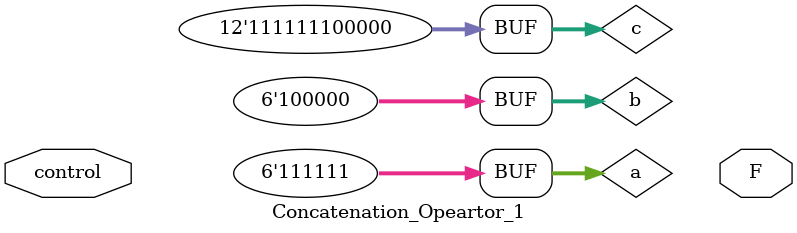
<source format=v>

module Concatenation_Opeartor_1(
    input wire control,
    output wire F
    );
    
    wire [5:0] a=6'b111111;
    wire [5:0] b=6'b100000; 
    wire [11:0] c;
    
    assign c = {a,b};
    
endmodule

</source>
